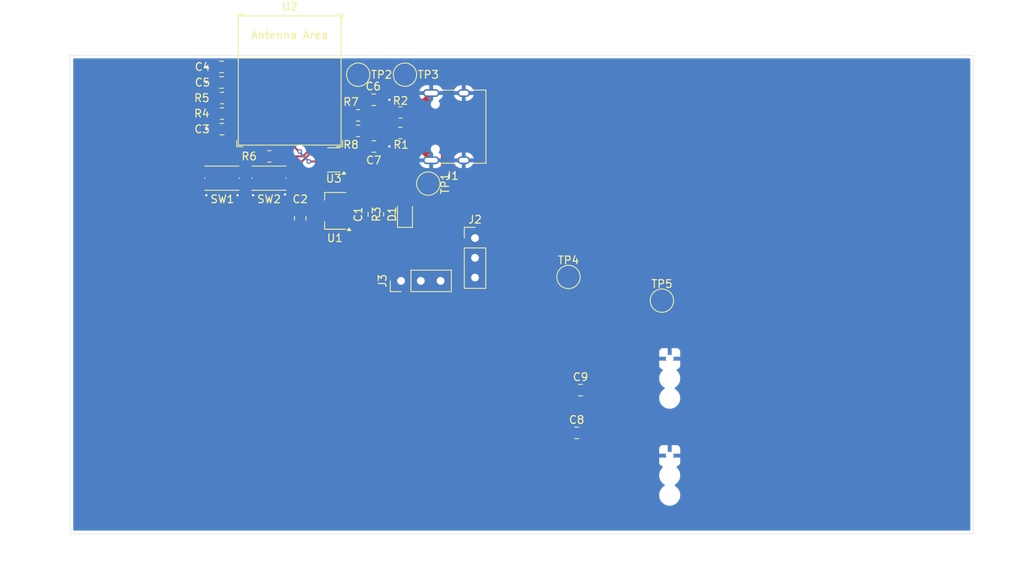
<source format=kicad_pcb>
(kicad_pcb (version 20241229) (generator "pcbnew") (generator_version "9.0")
  (layers (0 "F.Cu" signal) (2 "B.Cu" signal) (13 "F.Paste" user) (15 "B.Paste" user) (5 "F.SilkS" user "F.Silkscreen") (7 "B.SilkS" user "B.Silkscreen") (1 "F.Mask" user) (3 "B.Mask" user) (25 "Edge.Cuts" user))
  (net 0 "")
  (net 1 "VCC")
  (net 2 "Net-(U2-EN{slash}CHIP_PU)")
  (net 3 "/USBD+")
  (net 4 "/USBD-")
  (net 5 "Net-(D1-A)")
  (net 6 "Net-(J1-CC1)")
  (net 7 "Net-(J1-CC2)")
  (net 8 "Net-(J2-Pin_2)")
  (net 10 "Net-(U2-GPIO2{slash}ADC1_CH2)")
  (net 11 "Net-(U2-GPIO8)")
  (net 12 "/D+")
  (net 13 "/D-")
  (net 14 "Net-(U2-GPIO9)")
  (net 15 "Net-(U2-GPIO21{slash}U0TXD)")
  (net 16 "Net-(U2-GPIO20{slash}U0RXD)")
  (net 17 "Net-(U2-GPIO4{slash}ADC1_CH4)")
  (net 18 "GND")
  (net 27 "+3V3")
  (footprint "Button_Switch_SMD:SW_Push_1P1T_NO_CK_KMR2" (layer "F.Cu") (at 68.55 44.8)
    (property "Reference" "SW2" (at 0 2.7 0) (layer "F.SilkS"))
    (property "Value" "BOOT")
    (fp_line (start -2.2 0.05) (end -2.2 -0.05) (stroke (width 0.12)) (layer "F.SilkS"))
    (fp_line (start -2.2 1.55) (end 2.2 1.55) (stroke (width 0.12)) (layer "F.SilkS"))
    (fp_line (start 2.2 -1.55) (end -2.2 -1.55) (stroke (width 0.12)) (layer "F.SilkS"))
    (fp_line (start 2.2 0.05) (end 2.2 -0.05) (stroke (width 0.12)) (layer "F.SilkS"))
    (pad "1" smd rect (at -2.05 -0.8) (size 0.9 1) (layers "F.Cu" "F.Mask" "F.Paste") (net 14 "Net-(U2-GPIO9)"))
    (pad "1" smd rect (at 2.05 -0.8) (size 0.9 1) (layers "F.Cu" "F.Mask" "F.Paste") (net 14 "Net-(U2-GPIO9)"))
    (pad "2" smd rect (at -2.05 0.8) (size 0.9 1) (layers "F.Cu" "F.Mask" "F.Paste") (net 18 "GND"))
    (pad "2" smd rect (at 2.05 0.8) (size 0.9 1) (layers "F.Cu" "F.Mask" "F.Paste") (net 18 "GND"))
  )
  (footprint "Resistor_SMD:R_0805_2012Metric" (layer "F.Cu") (at 85.430425 36.355611 180)
    (property "Reference" "R2" (at 0 1.5 180) (layer "F.SilkS"))
    (property "Value" "5.1kR")
    (fp_line (start -0.227064 0.735) (end 0.227064 0.735) (stroke (width 0.12)) (layer "F.SilkS"))
    (fp_line (start -0.227064 -0.735) (end 0.227064 -0.735) (stroke (width 0.12)) (layer "F.SilkS"))
    (pad "1" smd roundrect (at -0.9125 0 180) (size 1.025 1.4) (layers "F.Cu" "F.Mask" "F.Paste") (roundrect_rratio 0.243902) (net 7 "Net-(J1-CC2)"))
    (pad "2" smd roundrect (at 0.9125 0 180) (size 1.025 1.4) (layers "F.Cu" "F.Mask" "F.Paste") (roundrect_rratio 0.243902) (net 18 "GND"))
  )
  (footprint "Capacitor_SMD:C_0805_2012Metric" (layer "F.Cu") (at 82 49.45 -90)
    (property "Reference" "C1" (at 0 2 90) (layer "F.SilkS"))
    (property "Value" "10uF")
    (fp_line (start -0.261252 0.735) (end 0.261252 0.735) (stroke (width 0.12)) (layer "F.SilkS"))
    (fp_line (start -0.261252 -0.735) (end 0.261252 -0.735) (stroke (width 0.12)) (layer "F.SilkS"))
    (pad "1" smd roundrect (at -0.95 0 270) (size 1 1.45) (layers "F.Cu" "F.Mask" "F.Paste") (net 1 "VCC"))
    (pad "2" smd roundrect (at 0.95 0 270) (size 1 1.45) (layers "F.Cu" "F.Mask" "F.Paste") (net 18 "GND"))
  )
  (footprint "Connector_PinHeader_2.54mm:PinHeader_1x03_P2.54mm_Vertical" (layer "F.Cu") (at 85.5 58 90)
    (property "Reference" "J3" (at 0 -2.38 90) (layer "F.SilkS"))
    (property "Value" "Power Connector")
    (fp_line (start -1.38 -1.38) (end 0 -1.38) (stroke (width 0.12)) (layer "F.SilkS"))
    (fp_line (start -1.38 0) (end -1.38 -1.38) (stroke (width 0.12)) (layer "F.SilkS"))
    (fp_line (start 1.38 1.27) (end 1.38 6.46) (stroke (width 0.12)) (layer "F.SilkS"))
    (fp_line (start -1.38 1.27) (end 1.38 1.27) (stroke (width 0.12)) (layer "F.SilkS"))
    (fp_line (start -1.38 1.27) (end -1.38 6.46) (stroke (width 0.12)) (layer "F.SilkS"))
    (fp_line (start -1.38 6.46) (end 1.38 6.46) (stroke (width 0.12)) (layer "F.SilkS"))
    (pad "1" thru_hole rect (at 0 0 90) (size 1.7 1.7) (drill 1) (layers "*.Cu" "*.Mask") (net 18 "GND"))
    (pad "2" thru_hole circle (at 0 2.54 90) (size 1.7 1.7) (drill 1) (layers "*.Cu" "*.Mask"))
    (pad "3" thru_hole circle (at 0 5.08 90) (size 1.7 1.7) (drill 1) (layers "*.Cu" "*.Mask") (net 1 "VCC"))
  )
  (footprint "Custom_PCBWay:TestPoint_Pad_D2.5mm_SilkscreenFix" (layer "F.Cu") (at 89 45.5 -90)
    (property "Reference" "TP1" (at 0 -2.148 90) (layer "F.SilkS"))
    (property "Value" "~")
    (fp_circle (center 0 0) (end 1.5 0) (stroke (width 0.12)) (fill no) (layer "F.SilkS"))
    (pad "1" smd circle (at 0 0 270) (size 2.5 2.5) (layers "F.Cu" "F.Mask") (net 1 "VCC"))
  )
  (footprint "Capacitor_SMD:C_0805_2012Metric" (layer "F.Cu") (at 62.45 32.5 180)
    (property "Reference" "C5" (at 2.45 0 180) (layer "F.SilkS"))
    (property "Value" "10uF")
    (fp_line (start -0.261252 0.735) (end 0.261252 0.735) (stroke (width 0.12)) (layer "F.SilkS"))
    (fp_line (start -0.261252 -0.735) (end 0.261252 -0.735) (stroke (width 0.12)) (layer "F.SilkS"))
    (pad "1" smd roundrect (at -0.95 0 180) (size 1 1.45) (layers "F.Cu" "F.Mask" "F.Paste") (net 27 "+3V3"))
    (pad "2" smd roundrect (at 0.95 0 180) (size 1 1.45) (layers "F.Cu" "F.Mask" "F.Paste") (net 18 "GND"))
  )
  (footprint "Resistor_SMD:R_0805_2012Metric" (layer "F.Cu") (at 79.984286 36.725)
    (property "Reference" "R7" (at -0.9125 -1.725 180) (layer "F.SilkS"))
    (property "Value" "0R")
    (fp_line (start -0.227064 -0.735) (end 0.227064 -0.735) (stroke (width 0.12)) (layer "F.SilkS"))
    (fp_line (start -0.227064 0.735) (end 0.227064 0.735) (stroke (width 0.12)) (layer "F.SilkS"))
    (pad "1" smd roundrect (at -0.9125 0) (size 1.025 1.4) (layers "F.Cu" "F.Mask" "F.Paste") (roundrect_rratio 0.243902) (net 12 "/D+"))
    (pad "2" smd roundrect (at 0.9125 0) (size 1.025 1.4) (layers "F.Cu" "F.Mask" "F.Paste") (roundrect_rratio 0.243902) (net 3 "/USBD+"))
  )
  (footprint "LED_SMD:LED_0805_2012Metric" (layer "F.Cu") (at 86 49.4375 90)
    (property "Reference" "D1" (at 0 -1.65 90) (layer "F.SilkS"))
    (property "Value" "LED")
    (fp_line (start 1 -0.96) (end -1.685 -0.96) (stroke (width 0.12)) (layer "F.SilkS"))
    (fp_line (start -1.685 -0.96) (end -1.685 0.96) (stroke (width 0.12)) (layer "F.SilkS"))
    (fp_line (start -1.685 0.96) (end 1 0.96) (stroke (width 0.12)) (layer "F.SilkS"))
    (pad "1" smd roundrect (at -0.9375 0 90) (size 0.975 1.4) (layers "F.Cu" "F.Mask" "F.Paste") (net 18 "GND"))
    (pad "2" smd roundrect (at 0.9375 0 90) (size 0.975 1.4) (layers "F.Cu" "F.Mask" "F.Paste") (net 5 "Net-(D1-A)"))
  )
  (footprint "Capacitor_SMD:C_0805_2012Metric" (layer "F.Cu") (at 72.55 49.95 -90)
    (property "Reference" "C2" (at -2.45 0 0) (layer "F.SilkS"))
    (property "Value" "22uF")
    (fp_line (start -0.261252 0.735) (end 0.261252 0.735) (stroke (width 0.12)) (layer "F.SilkS"))
    (fp_line (start -0.261252 -0.735) (end 0.261252 -0.735) (stroke (width 0.12)) (layer "F.SilkS"))
    (pad "1" smd roundrect (at -0.95 0 270) (size 1 1.45) (layers "F.Cu" "F.Mask" "F.Paste") (net 27 "+3V3"))
    (pad "2" smd roundrect (at 0.95 0 270) (size 1 1.45) (layers "F.Cu" "F.Mask" "F.Paste") (net 18 "GND"))
  )
  (footprint "Resistor_SMD:R_0805_2012Metric" (layer "F.Cu") (at 68.5875 42 180)
    (property "Reference" "R6" (at 2.5875 0 0) (layer "F.SilkS"))
    (property "Value" "10kR")
    (fp_line (start -0.227064 0.735) (end 0.227064 0.735) (stroke (width 0.12)) (layer "F.SilkS"))
    (fp_line (start -0.227064 -0.735) (end 0.227064 -0.735) (stroke (width 0.12)) (layer "F.SilkS"))
    (pad "1" smd roundrect (at -0.9125 0 180) (size 1.025 1.4) (layers "F.Cu" "F.Mask" "F.Paste") (roundrect_rratio 0.243902) (net 11 "Net-(U2-GPIO8)"))
    (pad "2" smd roundrect (at 0.9125 0 180) (size 1.025 1.4) (layers "F.Cu" "F.Mask" "F.Paste") (roundrect_rratio 0.243902) (net 27 "+3V3"))
  )
  (footprint "Custom_PCBWay:TestPoint_Pad_D2.5mm_SilkscreenFix" (layer "F.Cu") (at 80 31.5)
    (property "Reference" "TP2" (at 3 0 0) (layer "F.SilkS"))
    (property "Value" "~")
    (fp_circle (center 0 0) (end 1.5 0) (stroke (width 0.12)) (fill no) (layer "F.SilkS"))
    (pad "1" smd circle (at 0 0) (size 2.5 2.5) (layers "F.Cu" "F.Mask") (net 15 "Net-(U2-GPIO21{slash}U0TXD)"))
  )
  (footprint "Connector_USB:USB_C_Receptacle_HRO_TYPE-C-31-M-12" (layer "F.Cu") (at 92.5 38.18 90)
    (property "Reference" "J1" (at -6.32 -0.45 0) (layer "F.SilkS"))
    (property "Value" "TYPE-C-31-M-12")
    (fp_line (start 4.7 -1.9) (end 4.7 0.1) (stroke (width 0.12)) (layer "F.SilkS"))
    (fp_line (start -4.7 -1.9) (end -4.7 0.1) (stroke (width 0.12)) (layer "F.SilkS"))
    (fp_line (start 4.7 2) (end 4.7 3.9) (stroke (width 0.12)) (layer "F.SilkS"))
    (fp_line (start -4.7 2) (end -4.7 3.9) (stroke (width 0.12)) (layer "F.SilkS"))
    (fp_line (start -4.7 3.9) (end 4.7 3.9) (stroke (width 0.12)) (layer "F.SilkS"))
    (pad "" np_thru_hole circle (at -2.89 -2.6 90) (size 0.65 0.65) (drill 0.65) (layers "*.Cu" "*.Mask"))
    (pad "" np_thru_hole circle (at 2.89 -2.6 90) (size 0.65 0.65) (drill 0.65) (layers "*.Cu" "*.Mask"))
    (pad "A1" smd rect (at -3.25 -4.045 90) (size 0.6 1.45) (layers "F.Cu" "F.Mask" "F.Paste") (net 18 "GND"))
    (pad "A4" smd rect (at -2.45 -4.045 90) (size 0.6 1.45) (layers "F.Cu" "F.Mask" "F.Paste") (net 1 "VCC"))
    (pad "A5" smd rect (at -1.25 -4.045 90) (size 0.3 1.45) (layers "F.Cu" "F.Mask" "F.Paste") (net 6 "Net-(J1-CC1)"))
    (pad "A6" smd rect (at -0.25 -4.045 90) (size 0.3 1.45) (layers "F.Cu" "F.Mask" "F.Paste") (net 3 "/USBD+"))
    (pad "A7" smd rect (at 0.25 -4.045 90) (size 0.3 1.45) (layers "F.Cu" "F.Mask" "F.Paste") (net 4 "/USBD-"))
    (pad "A8" smd rect (at 1.25 -4.045 90) (size 0.3 1.45) (layers "F.Cu" "F.Mask" "F.Paste"))
    (pad "A9" smd rect (at 2.45 -4.045 90) (size 0.6 1.45) (layers "F.Cu" "F.Mask" "F.Paste") (net 1 "VCC"))
    (pad "A12" smd rect (at 3.25 -4.045 90) (size 0.6 1.45) (layers "F.Cu" "F.Mask" "F.Paste") (net 18 "GND"))
    (pad "B1" smd rect (at 3.25 -4.045 90) (size 0.6 1.45) (layers "F.Cu" "F.Mask" "F.Paste") (net 18 "GND"))
    (pad "B4" smd rect (at 2.45 -4.045 90) (size 0.6 1.45) (layers "F.Cu" "F.Mask" "F.Paste") (net 1 "VCC"))
    (pad "B5" smd rect (at 1.75 -4.045 90) (size 0.3 1.45) (layers "F.Cu" "F.Mask" "F.Paste") (net 7 "Net-(J1-CC2)"))
    (pad "B6" smd rect (at 0.75 -4.045 90) (size 0.3 1.45) (layers "F.Cu" "F.Mask" "F.Paste") (net 3 "/USBD+"))
    (pad "B7" smd rect (at -0.75 -4.045 90) (size 0.3 1.45) (layers "F.Cu" "F.Mask" "F.Paste") (net 4 "/USBD-"))
    (pad "B8" smd rect (at -1.75 -4.045 90) (size 0.3 1.45) (layers "F.Cu" "F.Mask" "F.Paste"))
    (pad "B9" smd rect (at -2.45 -4.045 90) (size 0.6 1.45) (layers "F.Cu" "F.Mask" "F.Paste") (net 1 "VCC"))
    (pad "B12" smd rect (at -3.25 -4.045 90) (size 0.6 1.45) (layers "F.Cu" "F.Mask" "F.Paste") (net 18 "GND"))
    (pad "S1" thru_hole oval (at -4.32 -3.13 90) (size 1 2.1) (drill oval 0.6 1.7) (property pad_prop_heatsink) (layers "*.Cu" "*.Mask") (net 18 "GND"))
    (pad "S1" thru_hole oval (at -4.32 1.05 90) (size 1 1.6) (drill oval 0.6 1.2) (property pad_prop_heatsink) (layers "*.Cu" "*.Mask") (net 18 "GND"))
    (pad "S1" thru_hole oval (at 4.32 -3.13 90) (size 1 2.1) (drill oval 0.6 1.7) (property pad_prop_heatsink) (layers "*.Cu" "*.Mask") (net 18 "GND"))
    (pad "S1" thru_hole oval (at 4.32 1.05 90) (size 1 1.6) (drill oval 0.6 1.2) (property pad_prop_heatsink) (layers "*.Cu" "*.Mask") (net 18 "GND"))
  )
  (footprint "Resistor_SMD:R_0805_2012Metric" (layer "F.Cu") (at 84 49.4375 90)
    (property "Reference" "R3" (at 0 -1.65 90) (layer "F.SilkS"))
    (property "Value" "120R")
    (fp_line (start -0.227064 -0.735) (end 0.227064 -0.735) (stroke (width 0.12)) (layer "F.SilkS"))
    (fp_line (start -0.227064 0.735) (end 0.227064 0.735) (stroke (width 0.12)) (layer "F.SilkS"))
    (pad "1" smd roundrect (at -0.9125 0 90) (size 1.025 1.4) (layers "F.Cu" "F.Mask" "F.Paste") (roundrect_rratio 0.243902) (net 27 "+3V3"))
    (pad "2" smd roundrect (at 0.9125 0 90) (size 1.025 1.4) (layers "F.Cu" "F.Mask" "F.Paste") (roundrect_rratio 0.243902) (net 5 "Net-(D1-A)"))
  )
  (footprint "Capacitor_SMD:C_0805_2012Metric" (layer "F.Cu") (at 82 34.725)
    (property "Reference" "C6" (at -0.071786 -1.725 180) (layer "F.SilkS"))
    (property "Value" "TBD")
    (fp_line (start -0.261252 -0.735) (end 0.261252 -0.735) (stroke (width 0.12)) (layer "F.SilkS"))
    (fp_line (start -0.261252 0.735) (end 0.261252 0.735) (stroke (width 0.12)) (layer "F.SilkS"))
    (pad "1" smd roundrect (at -0.95 0) (size 1 1.45) (layers "F.Cu" "F.Mask" "F.Paste") (net 3 "/USBD+"))
    (pad "2" smd roundrect (at 0.95 0) (size 1 1.45) (layers "F.Cu" "F.Mask" "F.Paste") (net 18 "GND"))
  )
  (footprint "Capacitor_SMD:C_0805_2012Metric" (layer "F.Cu") (at 62.45 30.5 180)
    (property "Reference" "C4" (at 2.45 0 180) (layer "F.SilkS"))
    (property "Value" "0.1uF")
    (fp_line (start -0.261252 0.735) (end 0.261252 0.735) (stroke (width 0.12)) (layer "F.SilkS"))
    (fp_line (start -0.261252 -0.735) (end 0.261252 -0.735) (stroke (width 0.12)) (layer "F.SilkS"))
    (pad "1" smd roundrect (at -0.95 0 180) (size 1 1.45) (layers "F.Cu" "F.Mask" "F.Paste") (net 27 "+3V3"))
    (pad "2" smd roundrect (at 0.95 0 180) (size 1 1.45) (layers "F.Cu" "F.Mask" "F.Paste") (net 18 "GND"))
  )
  (footprint "Connector_PinHeader_2.54mm:PinHeader_1x03_P2.54mm_Vertical" (layer "F.Cu") (at 95 52.5)
    (property "Reference" "J2" (at 0 -2.38 0) (layer "F.SilkS"))
    (property "Value" "RGB Connector")
    (fp_line (start -1.38 -1.38) (end 0 -1.38) (stroke (width 0.12)) (layer "F.SilkS"))
    (fp_line (start -1.38 0) (end -1.38 -1.38) (stroke (width 0.12)) (layer "F.SilkS"))
    (fp_line (start -1.38 1.27) (end -1.38 6.46) (stroke (width 0.12)) (layer "F.SilkS"))
    (fp_line (start -1.38 1.27) (end 1.38 1.27) (stroke (width 0.12)) (layer "F.SilkS"))
    (fp_line (start -1.38 6.46) (end 1.38 6.46) (stroke (width 0.12)) (layer "F.SilkS"))
    (fp_line (start 1.38 1.27) (end 1.38 6.46) (stroke (width 0.12)) (layer "F.SilkS"))
    (pad "1" thru_hole rect (at 0 0) (size 1.7 1.7) (drill 1) (layers "*.Cu" "*.Mask") (net 18 "GND"))
    (pad "2" thru_hole circle (at 0 2.54) (size 1.7 1.7) (drill 1) (layers "*.Cu" "*.Mask") (net 8 "Net-(J2-Pin_2)"))
    (pad "3" thru_hole circle (at 0 5.08) (size 1.7 1.7) (drill 1) (layers "*.Cu" "*.Mask") (net 1 "VCC"))
  )
  (footprint "Resistor_SMD:R_0805_2012Metric" (layer "F.Cu") (at 62.5 36.5)
    (property "Reference" "R4" (at -2.5875 0 0) (layer "F.SilkS"))
    (property "Value" "10kR")
    (fp_line (start -0.227064 -0.735) (end 0.227064 -0.735) (stroke (width 0.12)) (layer "F.SilkS"))
    (fp_line (start -0.227064 0.735) (end 0.227064 0.735) (stroke (width 0.12)) (layer "F.SilkS"))
    (pad "1" smd roundrect (at -0.9125 0) (size 1.025 1.4) (layers "F.Cu" "F.Mask" "F.Paste") (roundrect_rratio 0.243902) (net 27 "+3V3"))
    (pad "2" smd roundrect (at 0.9125 0) (size 1.025 1.4) (layers "F.Cu" "F.Mask" "F.Paste") (roundrect_rratio 0.243902) (net 2 "Net-(U2-EN{slash}CHIP_PU)"))
  )
  (footprint "Resistor_SMD:R_0805_2012Metric" (layer "F.Cu") (at 79.984286 38.725)
    (property "Reference" "R8" (at -0.9125 1.775 180) (layer "F.SilkS"))
    (property "Value" "0R")
    (fp_line (start -0.227064 -0.735) (end 0.227064 -0.735) (stroke (width 0.12)) (layer "F.SilkS"))
    (fp_line (start -0.227064 0.735) (end 0.227064 0.735) (stroke (width 0.12)) (layer "F.SilkS"))
    (pad "1" smd roundrect (at -0.9125 0) (size 1.025 1.4) (layers "F.Cu" "F.Mask" "F.Paste") (roundrect_rratio 0.243902) (net 13 "/D-"))
    (pad "2" smd roundrect (at 0.9125 0) (size 1.025 1.4) (layers "F.Cu" "F.Mask" "F.Paste") (roundrect_rratio 0.243902) (net 4 "/USBD-"))
  )
  (footprint "Resistor_SMD:R_0805_2012Metric" (layer "F.Cu") (at 85.4125 39 180)
    (property "Reference" "R1" (at -0.0875 -1.5 180) (layer "F.SilkS"))
    (property "Value" "5.1kR")
    (fp_line (start -0.227064 0.735) (end 0.227064 0.735) (stroke (width 0.12)) (layer "F.SilkS"))
    (fp_line (start -0.227064 -0.735) (end 0.227064 -0.735) (stroke (width 0.12)) (layer "F.SilkS"))
    (pad "1" smd roundrect (at -0.9125 0 180) (size 1.025 1.4) (layers "F.Cu" "F.Mask" "F.Paste") (roundrect_rratio 0.243902) (net 6 "Net-(J1-CC1)"))
    (pad "2" smd roundrect (at 0.9125 0 180) (size 1.025 1.4) (layers "F.Cu" "F.Mask" "F.Paste") (roundrect_rratio 0.243902) (net 18 "GND"))
  )
  (footprint "Custom_PCBWay:TestPoint_Pad_D2.5mm_SilkscreenFix" (layer "F.Cu") (at 107 57.5)
    (property "Reference" "TP4" (at 0 -2.148 0) (layer "F.SilkS"))
    (property "Value" "~")
    (fp_circle (center 0 0) (end 1.5 0) (stroke (width 0.12)) (fill no) (layer "F.SilkS"))
    (pad "1" smd circle (at 0 0) (size 2.5 2.5) (layers "F.Cu" "F.Mask") (net 17 "Net-(U2-GPIO4{slash}ADC1_CH4)"))
  )
  (footprint "Capacitor_SMD:C_0805_2012Metric" (layer "F.Cu") (at 62.5 38.5 180)
    (property "Reference" "C3" (at 2.55 0 180) (layer "F.SilkS"))
    (property "Value" "0.1uF")
    (fp_line (start -0.261252 0.735) (end 0.261252 0.735) (stroke (width 0.12)) (layer "F.SilkS"))
    (fp_line (start -0.261252 -0.735) (end 0.261252 -0.735) (stroke (width 0.12)) (layer "F.SilkS"))
    (pad "1" smd roundrect (at -0.95 0 180) (size 1 1.45) (layers "F.Cu" "F.Mask" "F.Paste") (net 2 "Net-(U2-EN{slash}CHIP_PU)"))
    (pad "2" smd roundrect (at 0.95 0 180) (size 1 1.45) (layers "F.Cu" "F.Mask" "F.Paste") (net 18 "GND"))
  )
  (footprint "Resistor_SMD:R_0805_2012Metric" (layer "F.Cu") (at 62.5 34.5 180)
    (property "Reference" "R5" (at 2.5875 0 180) (layer "F.SilkS"))
    (property "Value" "10kR")
    (fp_line (start -0.227064 0.735) (end 0.227064 0.735) (stroke (width 0.12)) (layer "F.SilkS"))
    (fp_line (start -0.227064 -0.735) (end 0.227064 -0.735) (stroke (width 0.12)) (layer "F.SilkS"))
    (pad "1" smd roundrect (at -0.9125 0 180) (size 1.025 1.4) (layers "F.Cu" "F.Mask" "F.Paste") (roundrect_rratio 0.243902) (net 10 "Net-(U2-GPIO2{slash}ADC1_CH2)"))
    (pad "2" smd roundrect (at 0.9125 0 180) (size 1.025 1.4) (layers "F.Cu" "F.Mask" "F.Paste") (roundrect_rratio 0.243902) (net 27 "+3V3"))
  )
  (footprint "Package_TO_SOT_SMD:SOT-23-5" (layer "F.Cu") (at 76.8625 42.45 180)
    (property "Reference" "U3" (at 0 -2.4 0) (layer "F.SilkS"))
    (property "Value" "MCP1416")
    (fp_line (start 0 1.56) (end 0.8 1.56) (stroke (width 0.12)) (layer "F.SilkS"))
    (fp_line (start 0 1.56) (end -0.8 1.56) (stroke (width 0.12)) (layer "F.SilkS"))
    (fp_line (start 0 -1.56) (end 0.8 -1.56) (stroke (width 0.12)) (layer "F.SilkS"))
    (fp_line (start 0 -1.56) (end -0.8 -1.56) (stroke (width 0.12)) (layer "F.SilkS"))
    (fp_poly (pts (xy -1.3 -1.51) (xy -1.54 -1.84) (xy -1.06 -1.84)) (stroke (width 0.12)) (fill yes) (layer "F.SilkS"))
    (pad "1" smd roundrect (at -1.1375 -0.95 180) (size 1.325 0.6) (layers "F.Cu" "F.Mask" "F.Paste"))
    (pad "2" smd roundrect (at -1.1375 0 180) (size 1.325 0.6) (layers "F.Cu" "F.Mask" "F.Paste") (net 1 "VCC"))
    (pad "3" smd roundrect (at -1.1375 0.95 180) (size 1.325 0.6) (layers "F.Cu" "F.Mask" "F.Paste") (net 17 "Net-(U2-GPIO4{slash}ADC1_CH4)"))
    (pad "4" smd roundrect (at 1.1375 0.95 180) (size 1.325 0.6) (layers "F.Cu" "F.Mask" "F.Paste") (net 18 "GND"))
    (pad "5" smd roundrect (at 1.1375 -0.95 180) (size 1.325 0.6) (layers "F.Cu" "F.Mask" "F.Paste") (net 8 "Net-(J2-Pin_2)"))
  )
  (footprint "Capacitor_SMD:C_0805_2012Metric" (layer "F.Cu") (at 108.55 72.04)
    (property "Reference" "C9" (at 0 -1.68 0) (layer "F.SilkS"))
    (property "Value" "1uF")
    (fp_line (start -0.261252 -0.735) (end 0.261252 -0.735) (stroke (width 0.12)) (layer "F.SilkS"))
    (fp_line (start -0.261252 0.735) (end 0.261252 0.735) (stroke (width 0.12)) (layer "F.SilkS"))
    (pad "1" smd roundrect (at -0.95 0) (size 1 1.45) (layers "F.Cu" "F.Mask" "F.Paste") (net 1 "VCC"))
    (pad "2" smd roundrect (at 0.95 0) (size 1 1.45) (layers "F.Cu" "F.Mask" "F.Paste") (net 18 "GND"))
  )
  (footprint "Capacitor_SMD:C_0805_2012Metric" (layer "F.Cu") (at 108.05 77.54)
    (property "Reference" "C8" (at 0 -1.68 0) (layer "F.SilkS"))
    (property "Value" "0.1uF")
    (fp_line (start -0.261252 -0.735) (end 0.261252 -0.735) (stroke (width 0.12)) (layer "F.SilkS"))
    (fp_line (start -0.261252 0.735) (end 0.261252 0.735) (stroke (width 0.12)) (layer "F.SilkS"))
    (pad "1" smd roundrect (at -0.95 0) (size 1 1.45) (layers "F.Cu" "F.Mask" "F.Paste") (net 1 "VCC"))
    (pad "2" smd roundrect (at 0.95 0) (size 1 1.45) (layers "F.Cu" "F.Mask" "F.Paste") (net 18 "GND"))
  )
  (footprint "Custom_PCBWay:TestPoint_Pad_D2.5mm_SilkscreenFix" (layer "F.Cu") (at 86 31.5)
    (property "Reference" "TP3" (at 3 0 0) (layer "F.SilkS"))
    (property "Value" "~")
    (fp_circle (center 0 0) (end 1.5 0) (stroke (width 0.12)) (fill no) (layer "F.SilkS"))
    (pad "1" smd circle (at 0 0) (size 2.5 2.5) (layers "F.Cu" "F.Mask") (net 16 "Net-(U2-GPIO20{slash}U0RXD)"))
  )
  (footprint "Capacitor_SMD:C_0805_2012Metric" (layer "F.Cu") (at 82.021786 40.725)
    (property "Reference" "C7" (at -0.021786 1.775 180) (layer "F.SilkS"))
    (property "Value" "TBD")
    (fp_line (start -0.261252 -0.735) (end 0.261252 -0.735) (stroke (width 0.12)) (layer "F.SilkS"))
    (fp_line (start -0.261252 0.735) (end 0.261252 0.735) (stroke (width 0.12)) (layer "F.SilkS"))
    (pad "1" smd roundrect (at -0.95 0) (size 1 1.45) (layers "F.Cu" "F.Mask" "F.Paste") (net 4 "/USBD-"))
    (pad "2" smd roundrect (at 0.95 0) (size 1 1.45) (layers "F.Cu" "F.Mask" "F.Paste") (net 18 "GND"))
  )
  (footprint "Button_Switch_SMD:SW_Push_1P1T_NO_CK_KMR2" (layer "F.Cu") (at 62.5 44.8 180)
    (property "Reference" "SW1" (at -0.05 -2.7 0) (layer "F.SilkS"))
    (property "Value" "RESET")
    (fp_line (start 2.2 0.05) (end 2.2 -0.05) (stroke (width 0.12)) (layer "F.SilkS"))
    (fp_line (start 2.2 -1.55) (end -2.2 -1.55) (stroke (width 0.12)) (layer "F.SilkS"))
    (fp_line (start -2.2 1.55) (end 2.2 1.55) (stroke (width 0.12)) (layer "F.SilkS"))
    (fp_line (start -2.2 0.05) (end -2.2 -0.05) (stroke (width 0.12)) (layer "F.SilkS"))
    (pad "1" smd rect (at -2.05 -0.8 180) (size 0.9 1) (layers "F.Cu" "F.Mask" "F.Paste") (net 18 "GND"))
    (pad "1" smd rect (at 2.05 -0.8 180) (size 0.9 1) (layers "F.Cu" "F.Mask" "F.Paste") (net 18 "GND"))
    (pad "2" smd rect (at -2.05 0.8 180) (size 0.9 1) (layers "F.Cu" "F.Mask" "F.Paste") (net 2 "Net-(U2-EN{slash}CHIP_PU)"))
    (pad "2" smd rect (at 2.05 0.8 180) (size 0.9 1) (layers "F.Cu" "F.Mask" "F.Paste") (net 2 "Net-(U2-EN{slash}CHIP_PU)"))
  )
  (footprint "PCM_Espressif:ESP32-C3-MINI-1" (layer "F.Cu") (at 71.2 32.25)
    (property "Reference" "U2" (at 0 -9.5 0) (layer "F.SilkS"))
    (property "Value" "ESP32-C3-MINI-1-H4")
    (fp_line (start -6.8 7.7) (end -6.8 8.5) (stroke (width 0.12)) (layer "F.SilkS"))
    (fp_line (start -6.8 8.5) (end -6 8.5) (stroke (width 0.12)) (layer "F.SilkS"))
    (fp_line (start -6.6 -8.3) (end 6.6 -8.3) (stroke (width 0.12)) (layer "F.SilkS"))
    (fp_line (start -6.6 -2.9) (end 6.6 -2.9) (stroke (width 0.12)) (layer "F.SilkS"))
    (fp_line (start -6.6 8.3) (end -6.6 -8.3) (stroke (width 0.12)) (layer "F.SilkS"))
    (fp_line (start -5.925 -8.5) (end -6.775 -8.5) (stroke (width 0.12)) (layer "F.SilkS"))
    (fp_line (start 6.05 -8.5) (end 6.8 -8.5) (stroke (width 0.12)) (layer "F.SilkS"))
    (fp_line (start 6.6 -8.3) (end 6.6 8.3) (stroke (width 0.12)) (layer "F.SilkS"))
    (fp_line (start 6.6 8.3) (end -6.6 8.3) (stroke (width 0.12)) (layer "F.SilkS"))
    (fp_line (start 6.8 -8.5) (end 6.8 -7.9) (stroke (width 0.12)) (layer "F.SilkS"))
    (fp_line (start 6.8 7.7) (end 6.8 8.5) (stroke (width 0.12)) (layer "F.SilkS"))
    (fp_line (start 6.8 8.5) (end 6 8.5) (stroke (width 0.12)) (layer "F.SilkS"))
    (fp_text user "Antenna Area" (at 0 -5.85 0) (layer "F.SilkS"))
    (pad "1" smd rect (at -5.9 -1.3 90) (size 0.4 0.8) (layers "F.Cu" "F.Mask" "F.Paste") (net 18 "GND"))
    (pad "2" smd rect (at -5.9 -0.5 90) (size 0.4 0.8) (layers "F.Cu" "F.Mask" "F.Paste") (net 18 "GND"))
    (pad "3" smd rect (at -5.9 0.3 90) (size 0.4 0.8) (layers "F.Cu" "F.Mask" "F.Paste") (net 27 "+3V3"))
    (pad "4" smd rect (at -5.9 1.1 90) (size 0.4 0.8) (layers "F.Cu" "F.Mask" "F.Paste"))
    (pad "5" smd rect (at -5.9 1.9 90) (size 0.4 0.8) (layers "F.Cu" "F.Mask" "F.Paste") (net 10 "Net-(U2-GPIO2{slash}ADC1_CH2)"))
    (pad "6" smd rect (at -5.9 2.7 90) (size 0.4 0.8) (layers "F.Cu" "F.Mask" "F.Paste"))
    (pad "7" smd rect (at -5.9 3.5 90) (size 0.4 0.8) (layers "F.Cu" "F.Mask" "F.Paste"))
    (pad "8" smd rect (at -5.9 4.3 90) (size 0.4 0.8) (layers "F.Cu" "F.Mask" "F.Paste") (net 2 "Net-(U2-EN{slash}CHIP_PU)"))
    (pad "9" smd rect (at -5.9 5.1 90) (size 0.4 0.8) (layers "F.Cu" "F.Mask" "F.Paste"))
    (pad "10" smd rect (at -5.9 5.9 90) (size 0.4 0.8) (layers "F.Cu" "F.Mask" "F.Paste"))
    (pad "11" smd rect (at -5.9 6.7 90) (size 0.4 0.8) (layers "F.Cu" "F.Mask" "F.Paste") (net 18 "GND"))
    (pad "12" smd rect (at -4.8 7.6) (size 0.4 0.8) (layers "F.Cu" "F.Mask" "F.Paste"))
    (pad "13" smd rect (at -4 7.6) (size 0.4 0.8) (layers "F.Cu" "F.Mask" "F.Paste"))
    (pad "14" smd rect (at -3.2 7.6) (size 0.4 0.8) (layers "F.Cu" "F.Mask" "F.Paste") (net 18 "GND"))
    (pad "15" smd rect (at -2.4 7.6) (size 0.4 0.8) (layers "F.Cu" "F.Mask" "F.Paste"))
    (pad "16" smd rect (at -1.6 7.6) (size 0.4 0.8) (layers "F.Cu" "F.Mask" "F.Paste"))
    (pad "17" smd rect (at -0.8 7.6) (size 0.4 0.8) (layers "F.Cu" "F.Mask" "F.Paste"))
    (pad "18" smd rect (at 0 7.6) (size 0.4 0.8) (layers "F.Cu" "F.Mask" "F.Paste") (net 17 "Net-(U2-GPIO4{slash}ADC1_CH4)"))
    (pad "19" smd rect (at 0.8 7.6) (size 0.4 0.8) (layers "F.Cu" "F.Mask" "F.Paste"))
    (pad "20" smd rect (at 1.6 7.6) (size 0.4 0.8) (layers "F.Cu" "F.Mask" "F.Paste"))
    (pad "21" smd rect (at 2.4 7.6) (size 0.4 0.8) (layers "F.Cu" "F.Mask" "F.Paste"))
    (pad "22" smd rect (at 3.2 7.6) (size 0.4 0.8) (layers "F.Cu" "F.Mask" "F.Paste") (net 11 "Net-(U2-GPIO8)"))
    (pad "23" smd rect (at 4 7.6) (size 0.4 0.8) (layers "F.Cu" "F.Mask" "F.Paste") (net 14 "Net-(U2-GPIO9)"))
    (pad "24" smd rect (at 4.8 7.6) (size 0.4 0.8) (layers "F.Cu" "F.Mask" "F.Paste"))
    (pad "25" smd rect (at 5.9 6.7 90) (size 0.4 0.8) (layers "F.Cu" "F.Mask" "F.Paste"))
    (pad "26" smd rect (at 5.9 5.9 90) (size 0.4 0.8) (layers "F.Cu" "F.Mask" "F.Paste") (net 13 "/D-"))
    (pad "27" smd rect (at 5.9 5.1 90) (size 0.4 0.8) (layers "F.Cu" "F.Mask" "F.Paste") (net 12 "/D+"))
    (pad "28" smd rect (at 5.9 4.3 90) (size 0.4 0.8) (layers "F.Cu" "F.Mask" "F.Paste"))
    (pad "29" smd rect (at 5.9 3.5 90) (size 0.4 0.8) (layers "F.Cu" "F.Mask" "F.Paste"))
    (pad "30" smd rect (at 5.9 2.7 90) (size 0.4 0.8) (layers "F.Cu" "F.Mask" "F.Paste") (net 16 "Net-(U2-GPIO20{slash}U0RXD)"))
    (pad "31" smd rect (at 5.9 1.9 90) (size 0.4 0.8) (layers "F.Cu" "F.Mask" "F.Paste") (net 15 "Net-(U2-GPIO21{slash}U0TXD)"))
    (pad "32" smd rect (at 5.9 1.1 90) (size 0.4 0.8) (layers "F.Cu" "F.Mask" "F.Paste"))
    (pad "33" smd rect (at 5.9 0.3 90) (size 0.4 0.8) (layers "F.Cu" "F.Mask" "F.Paste"))
    (pad "34" smd rect (at 5.9 -0.5 90) (size 0.4 0.8) (layers "F.Cu" "F.Mask" "F.Paste"))
    (pad "35" smd rect (at 5.9 -1.3 90) (size 0.4 0.8) (layers "F.Cu" "F.Mask" "F.Paste"))
    (pad "36" smd rect (at 4.8 -2.2) (size 0.4 0.8) (layers "F.Cu" "F.Mask" "F.Paste") (net 18 "GND"))
    (pad "37" smd rect (at 4 -2.2) (size 0.4 0.8) (layers "F.Cu" "F.Mask" "F.Paste") (net 18 "GND"))
    (pad "38" smd rect (at 3.2 -2.2) (size 0.4 0.8) (layers "F.Cu" "F.Mask" "F.Paste") (net 18 "GND"))
    (pad "39" smd rect (at 2.4 -2.2) (size 0.4 0.8) (layers "F.Cu" "F.Mask" "F.Paste") (net 18 "GND"))
    (pad "40" smd rect (at 1.6 -2.2) (size 0.4 0.8) (layers "F.Cu" "F.Mask" "F.Paste") (net 18 "GND"))
    (pad "41" smd rect (at 0.8 -2.2) (size 0.4 0.8) (layers "F.Cu" "F.Mask" "F.Paste") (net 18 "GND"))
    (pad "42" smd rect (at 0 -2.2) (size 0.4 0.8) (layers "F.Cu" "F.Mask" "F.Paste") (net 18 "GND"))
    (pad "43" smd rect (at -0.8 -2.2) (size 0.4 0.8) (layers "F.Cu" "F.Mask" "F.Paste") (net 18 "GND"))
    (pad "44" smd rect (at -1.6 -2.2) (size 0.4 0.8) (layers "F.Cu" "F.Mask" "F.Paste") (net 18 "GND"))
    (pad "45" smd rect (at -2.4 -2.2) (size 0.4 0.8) (layers "F.Cu" "F.Mask" "F.Paste") (net 18 "GND"))
    (pad "46" smd rect (at -3.2 -2.2) (size 0.4 0.8) (layers "F.Cu" "F.Mask" "F.Paste") (net 18 "GND"))
    (pad "47" smd rect (at -4 -2.2) (size 0.4 0.8) (layers "F.Cu" "F.Mask" "F.Paste") (net 18 "GND"))
    (pad "48" smd rect (at -4.8 -2.2) (size 0.4 0.8) (layers "F.Cu" "F.Mask" "F.Paste") (net 18 "GND"))
    (pad "49" smd custom (at -1.975 0.725) (size 0.8 0.8) (layers "F.Cu" "F.Mask" "F.Paste") (net 18 "GND") (options (clearance outline) (anchor rect)) (primitives (gr_poly (pts (xy 0.725 0.725) (xy -0.725 0.725) (xy -0.725 -0.125) (xy -0.125 -0.725) (xy 0.725 -0.725)) (width 0) (fill yes))))
    (pad "49" smd rect (at -1.975 2.7 90) (size 1.45 1.45) (layers "F.Cu" "F.Mask" "F.Paste") (net 18 "GND"))
    (pad "49" smd rect (at -1.975 4.675 90) (size 1.45 1.45) (layers "F.Cu" "F.Mask" "F.Paste") (net 18 "GND"))
    (pad "49" smd rect (at 0 0.725 90) (size 1.45 1.45) (layers "F.Cu" "F.Mask" "F.Paste") (net 18 "GND"))
    (pad "49" smd rect (at 0 2.7 90) (size 1.45 1.45) (layers "F.Cu" "F.Mask" "F.Paste") (net 18 "GND"))
    (pad "49" smd rect (at 0 4.675 90) (size 1.45 1.45) (layers "F.Cu" "F.Mask" "F.Paste") (net 18 "GND"))
    (pad "49" smd rect (at 1.975 0.725 90) (size 1.45 1.45) (layers "F.Cu" "F.Mask" "F.Paste") (net 18 "GND"))
    (pad "49" smd rect (at 1.975 2.7 90) (size 1.45 1.45) (layers "F.Cu" "F.Mask" "F.Paste") (net 18 "GND"))
    (pad "49" smd rect (at 1.975 4.675 90) (size 1.45 1.45) (layers "F.Cu" "F.Mask" "F.Paste") (net 18 "GND"))
    (pad "50" smd rect (at 5.95 -2.25 90) (size 0.7 0.7) (layers "F.Cu" "F.Mask" "F.Paste") (net 18 "GND"))
    (pad "51" smd rect (at 5.95 7.65 90) (size 0.7 0.7) (layers "F.Cu" "F.Mask" "F.Paste") (net 18 "GND"))
    (pad "52" smd rect (at -5.95 7.65 90) (size 0.7 0.7) (layers "F.Cu" "F.Mask" "F.Paste") (net 18 "GND"))
    (pad "53" smd rect (at -5.95 -2.25 90) (size 0.7 0.7) (layers "F.Cu" "F.Mask" "F.Paste") (net 18 "GND"))
    (zone (net 0) (net_name "") (layers "F.Cu" "B.Cu") (name "antenna keepout") (connect_pads (clearance 0)) (min_thickness 0.254)
      (keepout (tracks not_allowed) (vias not_allowed) (pads not_allowed) (copperpour not_allowed) (footprints not_allowed))
      (fill (thermal_gap 0.508) (thermal_bridge_width 0.508))
      (polygon (pts (xy 77.8 29.35) (xy 64.6 29.35) (xy 64.6 23.95) (xy 77.8 23.95)))
    )
  )
  (footprint "Package_TO_SOT_SMD:SOT-89-3_Handsoldering" (layer "F.Cu") (at 77.05 49 180)
    (property "Reference" "U1" (at 0.05 -3.5 0) (layer "F.SilkS"))
    (property "Value" "AZ1117CR-3.3TRG1")
    (fp_line (start 1.36 2.36) (end -1.36 2.36) (stroke (width 0.12)) (layer "F.SilkS"))
    (fp_line (start 1.36 1.38) (end 1.36 2.36) (stroke (width 0.12)) (layer "F.SilkS"))
    (fp_line (start 1.36 -1.38) (end 1.36 -2.36) (stroke (width 0.12)) (layer "F.SilkS"))
    (fp_line (start -1.22 -2.36) (end 1.36 -2.36) (stroke (width 0.12)) (layer "F.SilkS"))
    (fp_line (start -1.36 -2.36) (end 1.36 -2.36) (stroke (width 0.12)) (layer "F.SilkS"))
    (fp_poly (pts (xy -1.77 -2.21) (xy -2.01 -2.54) (xy -1.53 -2.54) (xy -1.77 -2.21)) (stroke (width 0.12)) (fill yes) (layer "F.SilkS"))
    (pad "1" smd roundrect (at -2.45 -1.5 180) (size 2.3 0.9) (layers "F.Cu" "F.Mask" "F.Paste") (net 18 "GND"))
    (pad "2" smd custom (at -2.3625 0 180) (size 2.475 0.9) (layers "F.Cu" "F.Mask" "F.Paste") (net 27 "+3V3") (options (clearance outline) (anchor rect)) (primitives (gr_poly (pts (xy 5.3625 0.8665) (xy 1.2375 0.8665) (xy 1.2375 -0.8665) (xy 5.3625 -0.8665)) (width 0) (fill yes))))
    (pad "3" smd roundrect (at -2.45 1.5 180) (size 2.3 0.9) (layers "F.Cu" "F.Mask" "F.Paste") (net 1 "VCC"))
  )
  (footprint "Custom_PCBWay:TestPoint_Pad_D2.5mm_SilkscreenFix" (layer "F.Cu") (at 119 60.54)
    (property "Reference" "TP5" (at 0 -2.148 0) (layer "F.SilkS"))
    (property "Value" "~")
    (fp_circle (center 0 0) (end 1.5 0) (stroke (width 0.12)) (fill no) (layer "F.SilkS"))
    (pad "1" smd circle (at 0 0) (size 2.5 2.5) (layers "F.Cu" "F.Mask") (net 8 "Net-(J2-Pin_2)"))
  )
  (gr_rect (start 43 29) (end 159 90.5) (stroke (width 0.05)) (fill no) (layer "Edge.Cuts"))
  (segment (start 90.55 39.362) (end 89.706 40.206) (width 0.25) (layer "F.Cu") (net 1))
  (segment (start 90.746 40.746) (end 90.206 40.206) (width 0.25) (layer "F.Cu") (net 1))
  (segment (start 89.282 40.63) (end 88.455 40.63) (width 0.25) (layer "F.Cu") (net 1))
  (segment (start 90.55 36.998) (end 90.55 39.362) (width 0.25) (layer "F.Cu") (net 1))
  (segment (start 90.746 43.754) (end 90.746 40.746) (width 0.25) (layer "F.Cu") (net 1))
  (segment (start 90.206 40.206) (end 89.706 40.206) (width 0.25) (layer "F.Cu") (net 1))
  (segment (start 79.5 47.5) (end 82 47.5) (width 0.5) (layer "F.Cu") (net 1))
  (segment (start 89.706 40.206) (end 89.282 40.63) (width 0.25) (layer "F.Cu") (net 1))
  (segment (start 83.508 42.45) (end 78 42.45) (width 0.5) (layer "F.Cu") (net 1))
  (segment (start 82 48.5) (end 82 47.5) (width 0.5) (layer "F.Cu") (net 1))
  (segment (start 85.328 40.63) (end 88.455 40.63) (width 0.5) (layer "F.Cu") (net 1))
  (segment (start 89.282 35.73) (end 90.55 36.998) (width 0.25) (layer "F.Cu") (net 1))
  (segment (start 88.455 35.73) (end 89.282 35.73) (width 0.25) (layer "F.Cu") (net 1))
  (segment (start 89 45.5) (end 90.746 43.754) (width 0.25) (layer "F.Cu") (net 1))
  (segment (start 83.508 42.45) (end 85.328 40.63) (width 0.5) (layer "F.Cu") (net 1))
  (segment (start 63.4125 36.5) (end 63 36.9125) (width 0.5) (layer "F.Cu") (net 2))
  (segment (start 63 36.9125) (end 63 38.05) (width 0.5) (layer "F.Cu") (net 2))
  (segment (start 63.4125 36.5) (end 64.7 36.5) (width 0.25) (layer "F.Cu") (net 2))
  (segment (start 64.7 36.5) (end 64.75 36.55) (width 0.25) (layer "F.Cu") (net 2))
  (segment (start 64.55 44) (end 63.45 42.9) (width 0.5) (layer "F.Cu") (net 2))
  (segment (start 63 38.05) (end 63.45 38.5) (width 0.5) (layer "F.Cu") (net 2))
  (segment (start 64.75 36.55) (end 65.3 36.55) (width 0.25) (layer "F.Cu") (net 2))
  (segment (start 60.45 44) (end 64.55 44) (width 0.5) (layer "F.Cu") (net 2))
  (segment (start 63.45 42.9) (end 63.45 38.5) (width 0.5) (layer "F.Cu") (net 2))
  (segment (start 89.506 37.454) (end 89.482 37.43) (width 0.25) (layer "F.Cu") (net 3))
  (segment (start 80.896786 36.725) (end 80.896786 34.878214) (width 0.5) (layer "F.Cu") (net 3))
  (segment (start 85.93 37.455) (end 82.955 37.455) (width 0.2) (layer "F.Cu") (net 3))
  (segment (start 82.955 37.455) (end 82.225 36.725) (width 0.2) (layer "F.Cu") (net 3))
  (segment (start 82.225 36.725) (end 80.896786 36.725) (width 0.2) (layer "F.Cu") (net 3))
  (segment (start 89.506 38.406) (end 89.506 37.454) (width 0.25) (layer "F.Cu") (net 3))
  (segment (start 88.455 37.43) (end 85.955 37.43) (width 0.2) (layer "F.Cu") (net 3))
  (segment (start 89.482 38.43) (end 89.506 38.406) (width 0.25) (layer "F.Cu") (net 3))
  (segment (start 85.955 37.43) (end 85.93 37.455) (width 0.2) (layer "F.Cu") (net 3))
  (segment (start 89.482 37.43) (end 88.455 37.43) (width 0.25) (layer "F.Cu") (net 3))
  (segment (start 88.455 38.43) (end 89.482 38.43) (width 0.25) (layer "F.Cu") (net 3))
  (segment (start 81.121786 36.5) (end 80.896786 36.725) (width 0.5) (layer "F.Cu") (net 3))
  (segment (start 80.896786 34.878214) (end 81.05 34.725) (width 0.5) (layer "F.Cu") (net 3))
  (segment (start 81.071786 40.725) (end 81.071786 38.9) (width 0.5) (layer "F.Cu") (net 4))
  (segment (start 85.93 37.905) (end 82.939683 37.905) (width 0.2) (layer "F.Cu") (net 4))
  (segment (start 88.455 38.93) (end 87.428 38.93) (width 0.25) (layer "F.Cu") (net 4))
  (segment (start 82.119683 38.725) (end 80.896786 38.725) (width 0.2) (layer "F.Cu") (net 4))
  (segment (start 87.404 37.954) (end 87.428 37.93) (width 0.25) (layer "F.Cu") (net 4))
  (segment (start 88.455 37.93) (end 85.955 37.93) (width 0.2) (layer "F.Cu") (net 4))
  (segment (start 85.955 37.93) (end 85.93 37.905) (width 0.2) (layer "F.Cu") (net 4))
  (segment (start 87.428 37.93) (end 88.455 37.93) (width 0.25) (layer "F.Cu") (net 4))
  (segment (start 87.428 38.93) (end 87.404 38.906) (width 0.25) (layer "F.Cu") (net 4))
  (segment (start 82.939683 37.905) (end 82.119683 38.725) (width 0.2) (layer "F.Cu") (net 4))
  (segment (start 87.404 38.906) (end 87.404 37.954) (width 0.25) (layer "F.Cu") (net 4))
  (segment (start 81.071786 38.9) (end 80.896786 38.725) (width 0.5) (layer "F.Cu") (net 4))
  (segment (start 85.975 48.525) (end 86 48.5) (width 0.5) (layer "F.Cu") (net 5))
  (segment (start 84 48.525) (end 85.975 48.525) (width 0.5) (layer "F.Cu") (net 5))
  (segment (start 86.325 39) (end 86.755 39.43) (width 0.25) (layer "F.Cu") (net 6))
  (segment (start 86.755 39.43) (end 88.455 39.43) (width 0.25) (layer "F.Cu") (net 6))
  (segment (start 86.4125 36.5) (end 86.4825 36.43) (width 0.25) (layer "F.Cu") (net 7))
  (segment (start 86.4825 36.43) (end 88.455 36.43) (width 0.25) (layer "F.Cu") (net 7))
  (segment (start 64 34.5) (end 64.35 34.15) (width 0.25) (layer "F.Cu") (net 10))
  (segment (start 64.35 34.15) (end 65.3 34.15) (width 0.25) (layer "F.Cu") (net 10))
  (segment (start 63.4125 34.5) (end 64 34.5) (width 0.25) (layer "F.Cu") (net 10))
  (segment (start 72.9 42) (end 74.4 40.5) (width 0.25) (layer "F.Cu") (net 11))
  (segment (start 69.5 42) (end 72.9 42) (width 0.25) (layer "F.Cu") (net 11))
  (segment (start 74.4 40.5) (end 74.4 39.85) (width 0.25) (layer "F.Cu") (net 11))
  (segment (start 78.446786 37.35) (end 77.1 37.35) (width 0.2) (layer "F.Cu") (net 12))
  (segment (start 79.071786 36.725) (end 78.446786 37.35) (width 0.2) (layer "F.Cu") (net 12))
  (segment (start 78.496786 38.15) (end 77.1 38.15) (width 0.2) (layer "F.Cu") (net 13))
  (segment (start 79.071786 38.725) (end 78.496786 38.15) (width 0.2) (layer "F.Cu") (net 13))
  (segment (start 71.434573 44) (end 70.6 44) (width 0.25) (layer "F.Cu") (net 14))
  (segment (start 66.5 44) (end 70.6 44) (width 0.5) (layer "F.Cu") (net 14))
  (segment (start 71.434573 44) (end 75.2 40.234573) (width 0.25) (layer "F.Cu") (net 14))
  (segment (start 75.2 40.234573) (end 75.2 39.85) (width 0.25) (layer "F.Cu") (net 14))
  (segment (start 79.117766 34.15) (end 77.1 34.15) (width 0.25) (layer "F.Cu") (net 15))
  (segment (start 80 33.267766) (end 79.117766 34.15) (width 0.25) (layer "F.Cu") (net 15))
  (segment (start 80 31.5) (end 80 33.267766) (width 0.25) (layer "F.Cu") (net 15))
  (segment (start 86 31.5) (end 82.728486 31.5) (width 0.25) (layer "F.Cu") (net 16))
  (segment (start 79.278486 34.95) (end 77.1 34.95) (width 0.25) (layer "F.Cu") (net 16))
  (segment (start 82.728486 31.5) (end 79.278486 34.95) (width 0.25) (layer "F.Cu") (net 16))
  (segment (start 76.178272 42.659229) (end 77.337501 41.5) (width 0.25) (layer "F.Cu") (net 17))
  (segment (start 77.337501 41.5) (end 78 41.5) (width 0.25) (layer "F.Cu") (net 17))
  (segment (start 71.2 39.85) (end 71.2 40.2) (width 0.25) (layer "F.Cu") (net 17))
  (segment (start 73.659228 42.659229) (end 76.178272 42.659229) (width 0.25) (layer "F.Cu") (net 17))
  (segment (start 72.375 41.375) (end 72.5 41.375) (width 0.25) (layer "F.Cu") (net 17))
  (segment (start 71.2 40.2) (end 72.375 41.375) (width 0.25) (layer "F.Cu") (net 17))
  (via (at 73.659228 42.659229) (size 0.6) (drill 0.3) (layers "F.Cu" "B.Cu") (net 17))
  (via (at 72.5 41.375) (size 0.6) (drill 0.3) (layers "F.Cu" "B.Cu") (net 17))
  (segment (start 72.5 41.375) (end 72.5 41.500001) (width 0.25) (layer "B.Cu") (net 17))
  (segment (start 72.5 41.500001) (end 73.659228 42.659229) (width 0.25) (layer "B.Cu") (net 17))
  (segment (start 88.455 41.43) (end 88.455 41.585) (width 0.5) (layer "F.Cu") (net 18))
  (segment (start 88.455 34.775) (end 89.37 33.86) (width 0.5) (layer "F.Cu") (net 18))
  (segment (start 79.5 50.5) (end 81.9 50.5) (width 0.5) (layer "F.Cu") (net 18))
  (segment (start 84.5 40.225) (end 84 40.725) (width 0.25) (layer "F.Cu") (net 18))
  (segment (start 64.55 46.95) (end 64.5 47) (width 0.5) (layer "F.Cu") (net 18))
  (segment (start 84.5 39) (end 84.5 40.225) (width 0.25) (layer "F.Cu") (net 18))
  (segment (start 60.45 45.6) (end 60.45 46.95) (width 0.5) (layer "F.Cu") (net 18))
  (segment (start 77.15 40.075) (end 77.15 39.9) (width 0.5) (layer "F.Cu") (net 18))
  (segment (start 61.55 38.5) (end 60.5 38.5) (width 0.5) (layer "F.Cu") (net 18))
  (segment (start 61.5 30.5) (end 60.5 30.5) (width 0.5) (layer "F.Cu") (net 18))
  (segment (start 88.455 41.585) (end 89.37 42.5) (width 0.5) (layer "F.Cu") (net 18))
  (segment (start 84 34.725) (end 83.021786 34.725) (width 0.5) (layer "F.Cu") (net 18))
  (segment (start 88.455 34.93) (end 88.455 34.775) (width 0.5) (layer "F.Cu") (net 18))
  (segment (start 84.517925 36.355611) (end 84.517925 35.242925) (width 0.5) (layer "F.Cu") (net 18))
  (segment (start 84 40.725) (end 82.971786 40.725) (width 0.5) (layer "F.Cu") (net 18))
  (segment (start 75.725 41.5) (end 75.725 41.325) (width 0.25) (layer "F.Cu") (net 18))
  (segment (start 66.5 45.6) (end 66.5 47) (width 0.5) (layer "F.Cu") (net 18))
  (segment (start 81.9 50.5) (end 82 50.4) (width 0.5) (layer "F.Cu") (net 18))
  (segment (start 61.5 32.5) (end 60.5 32.5) (width 0.5) (layer "F.Cu") (net 18))
  (segment (start 64.55 45.6) (end 64.55 46.95) (width 0.5) (layer "F.Cu") (net 18))
  (segment (start 84.517925 35.242925) (end 84 34.725) (width 0.5) (layer "F.Cu") (net 18))
  (segment (start 75.725 41.5) (end 77.15 40.075) (width 0.5) (layer "F.Cu") (net 18))
  (segment (start 60.45 46.95) (end 60.5 47) (width 0.5) (layer "F.Cu") (net 18))
  (segment (start 70.6 45.6) (end 70.600001 46.899999) (width 0.5) (layer "F.Cu") (net 18))
  (via (at 60.5 47) (size 0.6) (drill 0.3) (layers "F.Cu" "B.Cu") (net 18))
  (via (at 70.600001 46.899999) (size 0.6) (drill 0.3) (layers "F.Cu" "B.Cu") (net 18))
  (via (at 64.5 47) (size 0.6) (drill 0.3) (layers "F.Cu" "B.Cu") (net 18))
  (via (at 84 34.725) (size 0.6) (drill 0.3) (layers "F.Cu" "B.Cu") (net 18))
  (via (at 60.5 32.5) (size 0.6) (drill 0.3) (layers "F.Cu" "B.Cu") (net 18))
  (via (at 66.5 47) (size 0.6) (drill 0.3) (layers "F.Cu" "B.Cu") (net 18))
  (via (at 84 40.725) (size 0.6) (drill 0.3) (layers "F.Cu" "B.Cu") (net 18))
  (via (at 60.5 30.5) (size 0.6) (drill 0.3) (layers "F.Cu" "B.Cu") (net 18))
  (via (at 60.5 38.5) (size 0.6) (drill 0.3) (layers "F.Cu" "B.Cu") (net 18))
  (segment (start 66.648 42) (end 65.599 43.049) (width 0.5) (layer "F.Cu") (net 27))
  (segment (start 59.5 38.075) (end 61.075 36.5) (width 0.5) (layer "F.Cu") (net 27))
  (segment (start 66.688925 48.251) (end 67.5 48.251) (width 0.5) (layer "F.Cu") (net 27))
  (segment (start 60.688925 48.251) (end 59.5 47.062075) (width 0.5) (layer "F.Cu") (net 27))
  (segment (start 65.599 47.161075) (end 66.688925 48.251) (width 0.5) (layer "F.Cu") (net 27))
  (segment (start 72.55 49) (end 79.4125 49) (width 0.75) (layer "F.Cu") (net 27))
  (segment (start 84 50.8625) (end 82.3625 52.5) (width 0.5) (layer "F.Cu") (net 27))
  (segment (start 63.4 32.5) (end 65.25 32.5) (width 0.5) (layer "F.Cu") (net 27))
  (segment (start 77.899 51.011242) (end 77.899 49.988758) (width 0.5) (layer "F.Cu") (net 27))
  (segment (start 82.3625 52.5) (end 79.387758 52.5) (width 0.5) (layer "F.Cu") (net 27))
  (segment (start 65.599 43.049) (end 65.599 47.161075) (width 0.5) (layer "F.Cu") (net 27))
  (segment (start 61.5875 34.3125) (end 63.4 32.5) (width 0.5) (layer "F.Cu") (net 27))
  (segment (start 77.899 49.988758) (end 78.887758 49) (width 0.5) (layer "F.Cu") (net 27))
  (segment (start 79.387758 52.5) (end 77.899 51.011242) (width 0.5) (layer "F.Cu") (net 27))
  (segment (start 61.5875 34.5) (end 61.5875 34.3125) (width 0.5) (layer "F.Cu") (net 27))
  (segment (start 84 50.35) (end 84 50.8625) (width 0.5) (layer "F.Cu") (net 27))
  (segment (start 67.5 48.251) (end 60.688925 48.251) (width 0.5) (layer "F.Cu") (net 27))
  (segment (start 67.675 42) (end 66.648 42) (width 0.5) (layer "F.Cu") (net 27))
  (segment (start 63.4 32.5) (end 63.4 30.5) (width 0.5) (layer "F.Cu") (net 27))
  (segment (start 65.25 32.5) (end 65.3 32.55) (width 0.5) (layer "F.Cu") (net 27))
  (segment (start 59.5 47.062075) (end 59.5 38.075) (width 0.5) (layer "F.Cu") (net 27))
  (segment (start 78.887758 49) (end 79.4125 49) (width 0.5) (layer "F.Cu") (net 27))
  (segment (start 61.5875 36.5) (end 61.5875 34.5) (width 0.5) (layer "F.Cu") (net 27))
  (segment (start 61.075 36.5) (end 61.5875 36.5) (width 0.5) (layer "F.Cu") (net 27))
  (zone (net 18) (net_name "GND") (layer "B.Cu") (connect_pads (clearance 0.5)) (min_thickness 0.25) (fill yes (thermal_gap 0.5) (thermal_bridge_width 0.5))
    (polygon (pts (xy 37.5 23.5) (xy 165.5 26) (xy 163.5 96.5) (xy 34 97)))
  )
)
</source>
